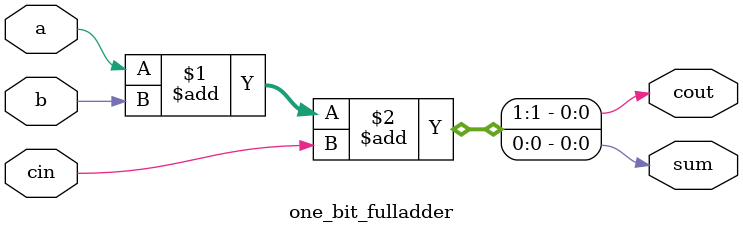
<source format=v>
module mux(
	output out,
	input[3:0] data,
	input[1:0] sel
);
wire w1,w2,w3,w4;
not		U1(w1, sel[1]),
		U2(w2, sel[0]);
and		U3(w3, w1, w2, data[0]),
		U4(w4, w1, sel[0], data[1]),
		U5(w5, sel[1], w2, data[2]),
		U6(w6, sel[1], sel[0], data[3]);
or		U7(out, w3, w4, w5, w6);
endmodule

module desingn(
	input a, b, c,
	output reg out
);
	wire[1:0] w;
	assign w=a+b+c;
	always@(w)
		if(w > 1)
			out <= 1;
		else out <= 0;
endmodule

module one_bit_fulladder(
	input  a, b, cin,
	output sum, cout
);
	// assign sum = a^b^cin;
	// assign cout = (a&b) | (a|b)&cin;
	assign {cout,sum} = a+b+cin;
endmodule


</source>
